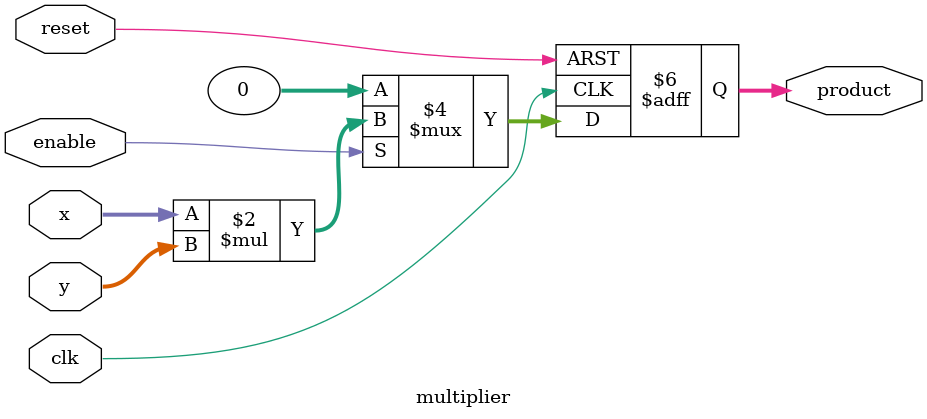
<source format=v>
module multiplier
#(
    parameter DATA_WIDTH = 16
)(
    input wire clk, reset, enable,
    input wire signed [DATA_WIDTH - 1:0] x,
    input wire signed [DATA_WIDTH - 1:0] y,
    
    output reg signed [2 * DATA_WIDTH - 1:0] product
);

    always @(negedge clk or posedge reset) begin
        if (reset) begin
            product <= {DATA_WIDTH{1'b0}};
        end else if (enable) begin
            product <= x * y;
        end else begin
            product <= {DATA_WIDTH{1'b0}};
        end
    end
        
endmodule

</source>
